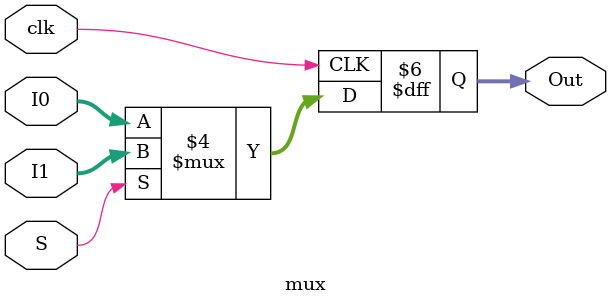
<source format=v>
module mux(
    input [31:0] I0,
    input [31:0] I1,
    input S,
    input clk,
    output reg [31:0] Out
    );
    
    always @ (posedge clk) begin
        
        if(!S)
            Out = I0;
        else
            Out = I1; 
    end
endmodule

</source>
